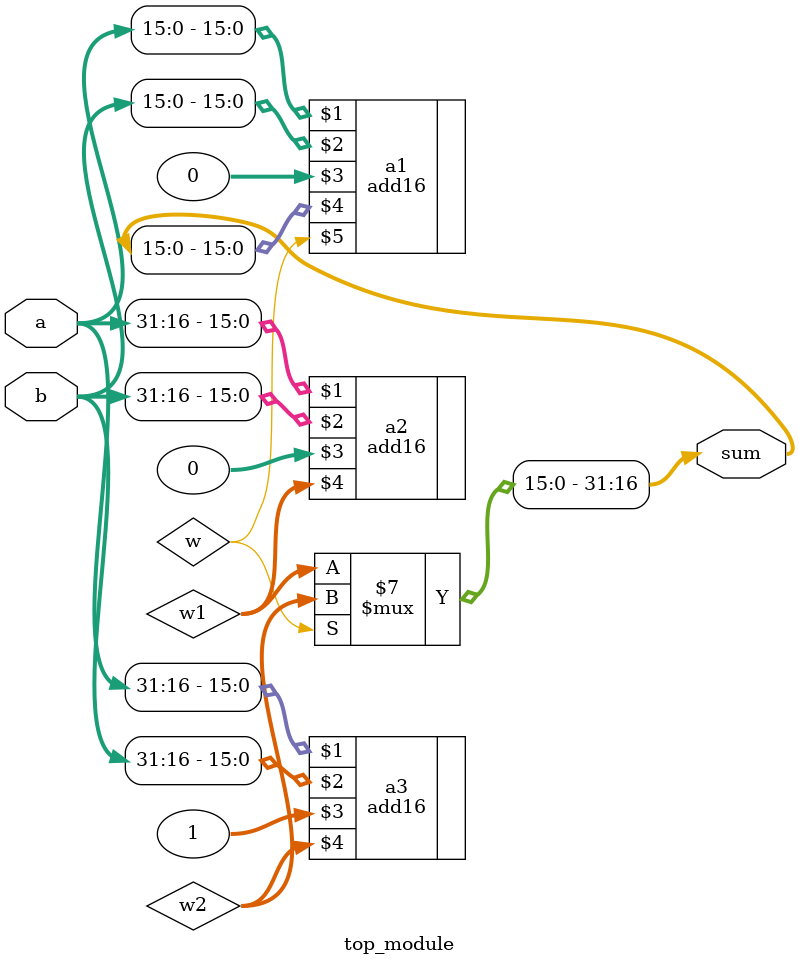
<source format=v>
module top_module(
    input [31:0] a,
    input [31:0] b,
    output [31:0] sum
);
    wire w;
    wire [15:0] w1,w2;
    
    add16 a1(a[15:0], b[15:0] , 0, sum[15:0], w);
    add16 a2(a[31:16], b[31:16], 0, w1);
    add16 a3 (a[31:16], b[31:16], 1,w2);
    
    always @(*) begin
        if(w==0)
            sum[31:16] = w1;
        else 
            sum[31:16] = w2;
    end
endmodule

</source>
